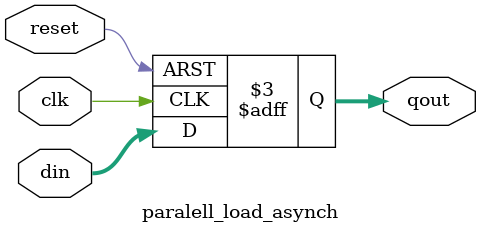
<source format=v>
module paralell_load_asynch(clk,reset,din,qout);
input [3:0]din;
input clk,reset;
output reg[3:0]qout;
always @(posedge clk or negedge reset)
begin
if (!reset)
	qout<= 4'b0000;
else
	qout<=din;
end
endmodule

</source>
